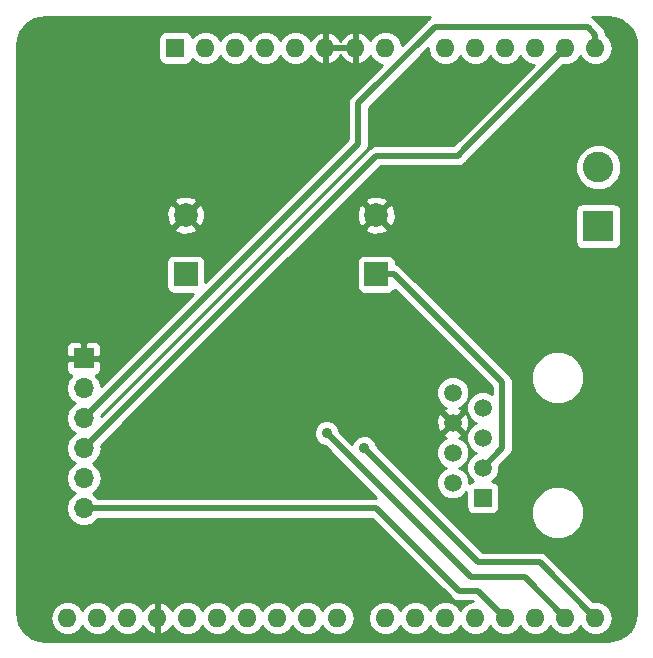
<source format=gbl>
G04 #@! TF.GenerationSoftware,KiCad,Pcbnew,5.0.0-fee4fd1~65~ubuntu17.10.1*
G04 #@! TF.CreationDate,2019-03-21T21:57:26-05:00*
G04 #@! TF.ProjectId,Operator,4F70657261746F722E6B696361645F70,1*
G04 #@! TF.SameCoordinates,Original*
G04 #@! TF.FileFunction,Copper,L2,Bot,Signal*
G04 #@! TF.FilePolarity,Positive*
%FSLAX46Y46*%
G04 Gerber Fmt 4.6, Leading zero omitted, Abs format (unit mm)*
G04 Created by KiCad (PCBNEW 5.0.0-fee4fd1~65~ubuntu17.10.1) date Thu Mar 21 21:57:26 2019*
%MOMM*%
%LPD*%
G01*
G04 APERTURE LIST*
G04 #@! TA.AperFunction,ComponentPad*
%ADD10O,1.600000X1.600000*%
G04 #@! TD*
G04 #@! TA.AperFunction,ComponentPad*
%ADD11R,1.600000X1.600000*%
G04 #@! TD*
G04 #@! TA.AperFunction,ComponentPad*
%ADD12R,2.000000X2.000000*%
G04 #@! TD*
G04 #@! TA.AperFunction,ComponentPad*
%ADD13C,2.000000*%
G04 #@! TD*
G04 #@! TA.AperFunction,ComponentPad*
%ADD14R,1.500000X1.500000*%
G04 #@! TD*
G04 #@! TA.AperFunction,ComponentPad*
%ADD15C,1.500000*%
G04 #@! TD*
G04 #@! TA.AperFunction,ComponentPad*
%ADD16R,2.600000X2.600000*%
G04 #@! TD*
G04 #@! TA.AperFunction,ComponentPad*
%ADD17C,2.600000*%
G04 #@! TD*
G04 #@! TA.AperFunction,ComponentPad*
%ADD18R,1.700000X1.700000*%
G04 #@! TD*
G04 #@! TA.AperFunction,ComponentPad*
%ADD19O,1.700000X1.700000*%
G04 #@! TD*
G04 #@! TA.AperFunction,ViaPad*
%ADD20C,0.900000*%
G04 #@! TD*
G04 #@! TA.AperFunction,Conductor*
%ADD21C,0.500000*%
G04 #@! TD*
G04 #@! TA.AperFunction,Conductor*
%ADD22C,0.254000*%
G04 #@! TD*
G04 APERTURE END LIST*
D10*
G04 #@! TO.P,A1,32*
G04 #@! TO.N,N/C*
X138328001Y-101875001D03*
G04 #@! TO.P,A1,31*
X140868001Y-101875001D03*
D11*
G04 #@! TO.P,A1,1*
X147468001Y-53615001D03*
D10*
G04 #@! TO.P,A1,17*
G04 #@! TO.N,/TransEnable_TTL*
X177948001Y-101875001D03*
G04 #@! TO.P,A1,2*
G04 #@! TO.N,N/C*
X150008001Y-53615001D03*
G04 #@! TO.P,A1,18*
G04 #@! TO.N,/D3*
X175408001Y-101875001D03*
G04 #@! TO.P,A1,3*
G04 #@! TO.N,N/C*
X152548001Y-53615001D03*
G04 #@! TO.P,A1,19*
X172868001Y-101875001D03*
G04 #@! TO.P,A1,4*
X155088001Y-53615001D03*
G04 #@! TO.P,A1,20*
G04 #@! TO.N,/D5*
X170328001Y-101875001D03*
G04 #@! TO.P,A1,5*
G04 #@! TO.N,/5v*
X157628001Y-53615001D03*
G04 #@! TO.P,A1,21*
G04 #@! TO.N,N/C*
X167788001Y-101875001D03*
G04 #@! TO.P,A1,6*
G04 #@! TO.N,/GND*
X160168001Y-53615001D03*
G04 #@! TO.P,A1,22*
G04 #@! TO.N,N/C*
X165248001Y-101875001D03*
G04 #@! TO.P,A1,7*
G04 #@! TO.N,/GND*
X162708001Y-53615001D03*
G04 #@! TO.P,A1,23*
G04 #@! TO.N,N/C*
X161188001Y-101875001D03*
G04 #@! TO.P,A1,8*
X165248001Y-53615001D03*
G04 #@! TO.P,A1,24*
X158648001Y-101875001D03*
G04 #@! TO.P,A1,9*
G04 #@! TO.N,/A0*
X170328001Y-53615001D03*
G04 #@! TO.P,A1,25*
G04 #@! TO.N,N/C*
X156108001Y-101875001D03*
G04 #@! TO.P,A1,10*
X172868001Y-53615001D03*
G04 #@! TO.P,A1,26*
X153568001Y-101875001D03*
G04 #@! TO.P,A1,11*
X175408001Y-53615001D03*
G04 #@! TO.P,A1,27*
X151028001Y-101875001D03*
G04 #@! TO.P,A1,12*
X177948001Y-53615001D03*
G04 #@! TO.P,A1,28*
X148488001Y-101875001D03*
G04 #@! TO.P,A1,13*
G04 #@! TO.N,/A4*
X180488001Y-53615001D03*
G04 #@! TO.P,A1,29*
G04 #@! TO.N,/GND*
X145948001Y-101875001D03*
G04 #@! TO.P,A1,14*
G04 #@! TO.N,/A5*
X183028001Y-53615001D03*
G04 #@! TO.P,A1,30*
G04 #@! TO.N,N/C*
X143408001Y-101875001D03*
G04 #@! TO.P,A1,15*
G04 #@! TO.N,/USART_RX*
X183028001Y-101875001D03*
G04 #@! TO.P,A1,16*
G04 #@! TO.N,/USART_TX*
X180488001Y-101875001D03*
G04 #@! TD*
D12*
G04 #@! TO.P,C1,1*
G04 #@! TO.N,/5v*
X148336000Y-72771000D03*
D13*
G04 #@! TO.P,C1,2*
G04 #@! TO.N,/GND*
X148336000Y-67771000D03*
G04 #@! TD*
G04 #@! TO.P,C2,2*
G04 #@! TO.N,/GND*
X164465000Y-67771000D03*
D12*
G04 #@! TO.P,C2,1*
G04 #@! TO.N,/5v*
X164465000Y-72771000D03*
G04 #@! TD*
D14*
G04 #@! TO.P,J1,1*
G04 #@! TO.N,/-RX*
X173482000Y-91694000D03*
D15*
G04 #@! TO.P,J1,2*
G04 #@! TO.N,/+RX*
X170942000Y-90424000D03*
G04 #@! TO.P,J1,3*
G04 #@! TO.N,/5v*
X173482000Y-89154000D03*
G04 #@! TO.P,J1,4*
G04 #@! TO.N,N/C*
X170942000Y-87884000D03*
G04 #@! TO.P,J1,5*
G04 #@! TO.N,/TransEnable_TTL*
X173482000Y-86614000D03*
G04 #@! TO.P,J1,6*
G04 #@! TO.N,/GND*
X170942000Y-85344000D03*
G04 #@! TO.P,J1,7*
G04 #@! TO.N,/+Tx*
X173482000Y-84074000D03*
G04 #@! TO.P,J1,8*
G04 #@! TO.N,/-TX*
X170942000Y-82804000D03*
G04 #@! TD*
D16*
G04 #@! TO.P,J2,1*
G04 #@! TO.N,/5v*
X183261000Y-68707000D03*
D17*
G04 #@! TO.P,J2,2*
G04 #@! TO.N,/A0*
X183261000Y-63707000D03*
G04 #@! TD*
D18*
G04 #@! TO.P,J3,1*
G04 #@! TO.N,/GND*
X139700000Y-79883000D03*
D19*
G04 #@! TO.P,J3,2*
G04 #@! TO.N,/5v*
X139700000Y-82423000D03*
G04 #@! TO.P,J3,3*
G04 #@! TO.N,/A5*
X139700000Y-84963000D03*
G04 #@! TO.P,J3,4*
G04 #@! TO.N,/A4*
X139700000Y-87503000D03*
G04 #@! TO.P,J3,5*
G04 #@! TO.N,/D5*
X139700000Y-90043000D03*
G04 #@! TO.P,J3,6*
G04 #@! TO.N,/D3*
X139700000Y-92583000D03*
G04 #@! TD*
D20*
G04 #@! TO.N,/GND*
X167132000Y-58420000D03*
X173609000Y-94488000D03*
G04 #@! TO.N,/USART_RX*
X163449000Y-87503000D03*
G04 #@! TO.N,/USART_TX*
X160274000Y-86233000D03*
G04 #@! TD*
D21*
G04 #@! TO.N,/5v*
X175133000Y-81939000D02*
X165965000Y-72771000D01*
X165965000Y-72771000D02*
X164465000Y-72771000D01*
X175133000Y-87503000D02*
X175133000Y-81939000D01*
X173482000Y-89154000D02*
X175133000Y-87503000D01*
G04 #@! TO.N,/USART_RX*
X163449000Y-87503000D02*
X173101000Y-97155000D01*
X178308000Y-97155000D02*
X183028001Y-101875001D01*
X173101000Y-97155000D02*
X178308000Y-97155000D01*
G04 #@! TO.N,/USART_TX*
X177038000Y-98425000D02*
X180488001Y-101875001D01*
X160274000Y-86233000D02*
X172466000Y-98425000D01*
X172466000Y-98425000D02*
X177038000Y-98425000D01*
G04 #@! TO.N,/D3*
X164465000Y-92583000D02*
X139700000Y-92583000D01*
X171450000Y-99568000D02*
X164465000Y-92583000D01*
X175408001Y-101875001D02*
X173101000Y-99568000D01*
X173101000Y-99568000D02*
X171450000Y-99568000D01*
G04 #@! TO.N,/A4*
X180488001Y-53615001D02*
X172000002Y-62103000D01*
X164465000Y-62738000D02*
X139700000Y-87503000D01*
X171365002Y-62738000D02*
X172000002Y-62103000D01*
X164465000Y-62738000D02*
X171365002Y-62738000D01*
G04 #@! TO.N,/A5*
X183028001Y-52483631D02*
X182360370Y-51816000D01*
X183028001Y-53615001D02*
X183028001Y-52483631D01*
X182360370Y-51816000D02*
X169418000Y-51816000D01*
X169418000Y-51816000D02*
X162941000Y-58293000D01*
X162941000Y-61722000D02*
X139700000Y-84963000D01*
X162941000Y-58293000D02*
X162941000Y-61722000D01*
G04 #@! TD*
D22*
G04 #@! TO.N,/GND*
G36*
X168853845Y-51128576D02*
X168853844Y-51128577D01*
X168779951Y-51177951D01*
X168730577Y-51251844D01*
X166654091Y-53328330D01*
X166599741Y-53055092D01*
X166282578Y-52580424D01*
X165807910Y-52263261D01*
X165389334Y-52180001D01*
X165106668Y-52180001D01*
X164688092Y-52263261D01*
X164213424Y-52580424D01*
X163957054Y-52964109D01*
X163860390Y-52759867D01*
X163445424Y-52383960D01*
X163057040Y-52223097D01*
X162835001Y-52345086D01*
X162835001Y-53488001D01*
X162855001Y-53488001D01*
X162855001Y-53742001D01*
X162835001Y-53742001D01*
X162835001Y-54884916D01*
X163057040Y-55006905D01*
X163445424Y-54846042D01*
X163860390Y-54470135D01*
X163957054Y-54265893D01*
X164213424Y-54649578D01*
X164688092Y-54966741D01*
X164961330Y-55021091D01*
X162376847Y-57605575D01*
X162302951Y-57654951D01*
X162107348Y-57947691D01*
X162056000Y-58205836D01*
X162056000Y-58205839D01*
X162038663Y-58293000D01*
X162056000Y-58380161D01*
X162056001Y-61355420D01*
X149983440Y-73427982D01*
X149983440Y-71771000D01*
X149934157Y-71523235D01*
X149793809Y-71313191D01*
X149583765Y-71172843D01*
X149336000Y-71123560D01*
X147336000Y-71123560D01*
X147088235Y-71172843D01*
X146878191Y-71313191D01*
X146737843Y-71523235D01*
X146688560Y-71771000D01*
X146688560Y-73771000D01*
X146737843Y-74018765D01*
X146878191Y-74228809D01*
X147088235Y-74369157D01*
X147336000Y-74418440D01*
X148992982Y-74418440D01*
X141176651Y-82234771D01*
X141098839Y-81843582D01*
X140770625Y-81352375D01*
X140748967Y-81337904D01*
X140909698Y-81271327D01*
X141088327Y-81092699D01*
X141185000Y-80859310D01*
X141185000Y-80168750D01*
X141026250Y-80010000D01*
X139827000Y-80010000D01*
X139827000Y-80030000D01*
X139573000Y-80030000D01*
X139573000Y-80010000D01*
X138373750Y-80010000D01*
X138215000Y-80168750D01*
X138215000Y-80859310D01*
X138311673Y-81092699D01*
X138490302Y-81271327D01*
X138651033Y-81337904D01*
X138629375Y-81352375D01*
X138301161Y-81843582D01*
X138185908Y-82423000D01*
X138301161Y-83002418D01*
X138629375Y-83493625D01*
X138927761Y-83693000D01*
X138629375Y-83892375D01*
X138301161Y-84383582D01*
X138185908Y-84963000D01*
X138301161Y-85542418D01*
X138629375Y-86033625D01*
X138927761Y-86233000D01*
X138629375Y-86432375D01*
X138301161Y-86923582D01*
X138185908Y-87503000D01*
X138301161Y-88082418D01*
X138629375Y-88573625D01*
X138927761Y-88773000D01*
X138629375Y-88972375D01*
X138301161Y-89463582D01*
X138185908Y-90043000D01*
X138301161Y-90622418D01*
X138629375Y-91113625D01*
X138927761Y-91313000D01*
X138629375Y-91512375D01*
X138301161Y-92003582D01*
X138185908Y-92583000D01*
X138301161Y-93162418D01*
X138629375Y-93653625D01*
X139120582Y-93981839D01*
X139553744Y-94068000D01*
X139846256Y-94068000D01*
X140279418Y-93981839D01*
X140770625Y-93653625D01*
X140894656Y-93468000D01*
X164098422Y-93468000D01*
X170762577Y-100132156D01*
X170811951Y-100206049D01*
X170885844Y-100255423D01*
X170885845Y-100255424D01*
X171104690Y-100401652D01*
X171362835Y-100453000D01*
X171362839Y-100453000D01*
X171450000Y-100470337D01*
X171537161Y-100453000D01*
X172661318Y-100453000D01*
X172308092Y-100523261D01*
X171833424Y-100840424D01*
X171598001Y-101192759D01*
X171362578Y-100840424D01*
X170887910Y-100523261D01*
X170469334Y-100440001D01*
X170186668Y-100440001D01*
X169768092Y-100523261D01*
X169293424Y-100840424D01*
X169058001Y-101192759D01*
X168822578Y-100840424D01*
X168347910Y-100523261D01*
X167929334Y-100440001D01*
X167646668Y-100440001D01*
X167228092Y-100523261D01*
X166753424Y-100840424D01*
X166518001Y-101192759D01*
X166282578Y-100840424D01*
X165807910Y-100523261D01*
X165389334Y-100440001D01*
X165106668Y-100440001D01*
X164688092Y-100523261D01*
X164213424Y-100840424D01*
X163896261Y-101315092D01*
X163784888Y-101875001D01*
X163896261Y-102434910D01*
X164213424Y-102909578D01*
X164688092Y-103226741D01*
X165106668Y-103310001D01*
X165389334Y-103310001D01*
X165807910Y-103226741D01*
X166282578Y-102909578D01*
X166518001Y-102557243D01*
X166753424Y-102909578D01*
X167228092Y-103226741D01*
X167646668Y-103310001D01*
X167929334Y-103310001D01*
X168347910Y-103226741D01*
X168822578Y-102909578D01*
X169058001Y-102557243D01*
X169293424Y-102909578D01*
X169768092Y-103226741D01*
X170186668Y-103310001D01*
X170469334Y-103310001D01*
X170887910Y-103226741D01*
X171362578Y-102909578D01*
X171598001Y-102557243D01*
X171833424Y-102909578D01*
X172308092Y-103226741D01*
X172726668Y-103310001D01*
X173009334Y-103310001D01*
X173427910Y-103226741D01*
X173902578Y-102909578D01*
X174138001Y-102557243D01*
X174373424Y-102909578D01*
X174848092Y-103226741D01*
X175266668Y-103310001D01*
X175549334Y-103310001D01*
X175967910Y-103226741D01*
X176442578Y-102909578D01*
X176678001Y-102557243D01*
X176913424Y-102909578D01*
X177388092Y-103226741D01*
X177806668Y-103310001D01*
X178089334Y-103310001D01*
X178507910Y-103226741D01*
X178982578Y-102909578D01*
X179218001Y-102557243D01*
X179453424Y-102909578D01*
X179928092Y-103226741D01*
X180346668Y-103310001D01*
X180629334Y-103310001D01*
X181047910Y-103226741D01*
X181522578Y-102909578D01*
X181758001Y-102557243D01*
X181993424Y-102909578D01*
X182468092Y-103226741D01*
X182886668Y-103310001D01*
X183169334Y-103310001D01*
X183587910Y-103226741D01*
X184062578Y-102909578D01*
X184379741Y-102434910D01*
X184491114Y-101875001D01*
X184379741Y-101315092D01*
X184062578Y-100840424D01*
X183587910Y-100523261D01*
X183169334Y-100440001D01*
X182886668Y-100440001D01*
X182851563Y-100446984D01*
X178995425Y-96590847D01*
X178946049Y-96516951D01*
X178653310Y-96321348D01*
X178395165Y-96270000D01*
X178395161Y-96270000D01*
X178308000Y-96252663D01*
X178220839Y-96270000D01*
X173467579Y-96270000D01*
X164534000Y-87336422D01*
X164534000Y-87287180D01*
X164368818Y-86888397D01*
X164063603Y-86583182D01*
X163664820Y-86418000D01*
X163233180Y-86418000D01*
X162834397Y-86583182D01*
X162529182Y-86888397D01*
X162427194Y-87134616D01*
X161359000Y-86066422D01*
X161359000Y-86017180D01*
X161193818Y-85618397D01*
X160888603Y-85313182D01*
X160489820Y-85148000D01*
X160058180Y-85148000D01*
X159659397Y-85313182D01*
X159354182Y-85618397D01*
X159189000Y-86017180D01*
X159189000Y-86448820D01*
X159354182Y-86847603D01*
X159659397Y-87152818D01*
X160058180Y-87318000D01*
X160107422Y-87318000D01*
X164471347Y-91681925D01*
X164465000Y-91680663D01*
X164377839Y-91698000D01*
X140894656Y-91698000D01*
X140770625Y-91512375D01*
X140472239Y-91313000D01*
X140770625Y-91113625D01*
X141098839Y-90622418D01*
X141214092Y-90043000D01*
X141098839Y-89463582D01*
X140770625Y-88972375D01*
X140472239Y-88773000D01*
X140770625Y-88573625D01*
X141098839Y-88082418D01*
X141214092Y-87503000D01*
X141170538Y-87284040D01*
X143315407Y-85139171D01*
X169544799Y-85139171D01*
X169572770Y-85689448D01*
X169729540Y-86067923D01*
X169970483Y-86135912D01*
X170762395Y-85344000D01*
X171121605Y-85344000D01*
X171913517Y-86135912D01*
X172154460Y-86067923D01*
X172339201Y-85548829D01*
X172311230Y-84998552D01*
X172154460Y-84620077D01*
X171913517Y-84552088D01*
X171121605Y-85344000D01*
X170762395Y-85344000D01*
X169970483Y-84552088D01*
X169729540Y-84620077D01*
X169544799Y-85139171D01*
X143315407Y-85139171D01*
X145926072Y-82528506D01*
X169557000Y-82528506D01*
X169557000Y-83079494D01*
X169767853Y-83588540D01*
X170157460Y-83978147D01*
X170372930Y-84067397D01*
X170218077Y-84131540D01*
X170150088Y-84372483D01*
X170942000Y-85164395D01*
X171733912Y-84372483D01*
X171665923Y-84131540D01*
X171499342Y-84072255D01*
X171726540Y-83978147D01*
X172116147Y-83588540D01*
X172327000Y-83079494D01*
X172327000Y-82528506D01*
X172116147Y-82019460D01*
X171726540Y-81629853D01*
X171217494Y-81419000D01*
X170666506Y-81419000D01*
X170157460Y-81629853D01*
X169767853Y-82019460D01*
X169557000Y-82528506D01*
X145926072Y-82528506D01*
X156683578Y-71771000D01*
X162817560Y-71771000D01*
X162817560Y-73771000D01*
X162866843Y-74018765D01*
X163007191Y-74228809D01*
X163217235Y-74369157D01*
X163465000Y-74418440D01*
X165465000Y-74418440D01*
X165712765Y-74369157D01*
X165922809Y-74228809D01*
X166022313Y-74079891D01*
X174248001Y-82305580D01*
X174248001Y-82892174D01*
X173757494Y-82689000D01*
X173206506Y-82689000D01*
X172697460Y-82899853D01*
X172307853Y-83289460D01*
X172097000Y-83798506D01*
X172097000Y-84349494D01*
X172307853Y-84858540D01*
X172697460Y-85248147D01*
X172928870Y-85344000D01*
X172697460Y-85439853D01*
X172307853Y-85829460D01*
X172097000Y-86338506D01*
X172097000Y-86889494D01*
X172307853Y-87398540D01*
X172697460Y-87788147D01*
X172928870Y-87884000D01*
X172697460Y-87979853D01*
X172307853Y-88369460D01*
X172097000Y-88878506D01*
X172097000Y-89429494D01*
X172307853Y-89938540D01*
X172676844Y-90307531D01*
X172484235Y-90345843D01*
X172327000Y-90450905D01*
X172327000Y-90148506D01*
X172116147Y-89639460D01*
X171726540Y-89249853D01*
X171495130Y-89154000D01*
X171726540Y-89058147D01*
X172116147Y-88668540D01*
X172327000Y-88159494D01*
X172327000Y-87608506D01*
X172116147Y-87099460D01*
X171726540Y-86709853D01*
X171511070Y-86620603D01*
X171665923Y-86556460D01*
X171733912Y-86315517D01*
X170942000Y-85523605D01*
X170150088Y-86315517D01*
X170218077Y-86556460D01*
X170384658Y-86615745D01*
X170157460Y-86709853D01*
X169767853Y-87099460D01*
X169557000Y-87608506D01*
X169557000Y-88159494D01*
X169767853Y-88668540D01*
X170157460Y-89058147D01*
X170388870Y-89154000D01*
X170157460Y-89249853D01*
X169767853Y-89639460D01*
X169557000Y-90148506D01*
X169557000Y-90699494D01*
X169767853Y-91208540D01*
X170157460Y-91598147D01*
X170666506Y-91809000D01*
X171217494Y-91809000D01*
X171726540Y-91598147D01*
X172084560Y-91240127D01*
X172084560Y-92444000D01*
X172133843Y-92691765D01*
X172274191Y-92901809D01*
X172484235Y-93042157D01*
X172732000Y-93091440D01*
X174232000Y-93091440D01*
X174479765Y-93042157D01*
X174689809Y-92901809D01*
X174830157Y-92691765D01*
X174864436Y-92519431D01*
X177597000Y-92519431D01*
X177597000Y-93408569D01*
X177937259Y-94230026D01*
X178565974Y-94858741D01*
X179387431Y-95199000D01*
X180276569Y-95199000D01*
X181098026Y-94858741D01*
X181726741Y-94230026D01*
X182067000Y-93408569D01*
X182067000Y-92519431D01*
X181726741Y-91697974D01*
X181098026Y-91069259D01*
X180276569Y-90729000D01*
X179387431Y-90729000D01*
X178565974Y-91069259D01*
X177937259Y-91697974D01*
X177597000Y-92519431D01*
X174864436Y-92519431D01*
X174879440Y-92444000D01*
X174879440Y-90944000D01*
X174830157Y-90696235D01*
X174689809Y-90486191D01*
X174479765Y-90345843D01*
X174287156Y-90307531D01*
X174656147Y-89938540D01*
X174867000Y-89429494D01*
X174867000Y-89020578D01*
X175697156Y-88190423D01*
X175771049Y-88141049D01*
X175820425Y-88067154D01*
X175966652Y-87848310D01*
X175978619Y-87788147D01*
X176018000Y-87590165D01*
X176018000Y-87590161D01*
X176035337Y-87503000D01*
X176018000Y-87415839D01*
X176018000Y-82026161D01*
X176035337Y-81939000D01*
X176018000Y-81851839D01*
X176018000Y-81851835D01*
X175966652Y-81593690D01*
X175820424Y-81374845D01*
X175820423Y-81374844D01*
X175771049Y-81300951D01*
X175697156Y-81251577D01*
X175535010Y-81089431D01*
X177597000Y-81089431D01*
X177597000Y-81978569D01*
X177937259Y-82800026D01*
X178565974Y-83428741D01*
X179387431Y-83769000D01*
X180276569Y-83769000D01*
X181098026Y-83428741D01*
X181726741Y-82800026D01*
X182067000Y-81978569D01*
X182067000Y-81089431D01*
X181726741Y-80267974D01*
X181098026Y-79639259D01*
X180276569Y-79299000D01*
X179387431Y-79299000D01*
X178565974Y-79639259D01*
X177937259Y-80267974D01*
X177597000Y-81089431D01*
X175535010Y-81089431D01*
X166652425Y-72206847D01*
X166603049Y-72132951D01*
X166310310Y-71937348D01*
X166112440Y-71897989D01*
X166112440Y-71771000D01*
X166063157Y-71523235D01*
X165922809Y-71313191D01*
X165712765Y-71172843D01*
X165465000Y-71123560D01*
X163465000Y-71123560D01*
X163217235Y-71172843D01*
X163007191Y-71313191D01*
X162866843Y-71523235D01*
X162817560Y-71771000D01*
X156683578Y-71771000D01*
X159531046Y-68923532D01*
X163492073Y-68923532D01*
X163590736Y-69190387D01*
X164200461Y-69416908D01*
X164850460Y-69392856D01*
X165339264Y-69190387D01*
X165437927Y-68923532D01*
X164465000Y-67950605D01*
X163492073Y-68923532D01*
X159531046Y-68923532D01*
X160948117Y-67506461D01*
X162819092Y-67506461D01*
X162843144Y-68156460D01*
X163045613Y-68645264D01*
X163312468Y-68743927D01*
X164285395Y-67771000D01*
X164644605Y-67771000D01*
X165617532Y-68743927D01*
X165884387Y-68645264D01*
X166110908Y-68035539D01*
X166087651Y-67407000D01*
X181313560Y-67407000D01*
X181313560Y-70007000D01*
X181362843Y-70254765D01*
X181503191Y-70464809D01*
X181713235Y-70605157D01*
X181961000Y-70654440D01*
X184561000Y-70654440D01*
X184808765Y-70605157D01*
X185018809Y-70464809D01*
X185159157Y-70254765D01*
X185208440Y-70007000D01*
X185208440Y-67407000D01*
X185159157Y-67159235D01*
X185018809Y-66949191D01*
X184808765Y-66808843D01*
X184561000Y-66759560D01*
X181961000Y-66759560D01*
X181713235Y-66808843D01*
X181503191Y-66949191D01*
X181362843Y-67159235D01*
X181313560Y-67407000D01*
X166087651Y-67407000D01*
X166086856Y-67385540D01*
X165884387Y-66896736D01*
X165617532Y-66798073D01*
X164644605Y-67771000D01*
X164285395Y-67771000D01*
X163312468Y-66798073D01*
X163045613Y-66896736D01*
X162819092Y-67506461D01*
X160948117Y-67506461D01*
X161836110Y-66618468D01*
X163492073Y-66618468D01*
X164465000Y-67591395D01*
X165437927Y-66618468D01*
X165339264Y-66351613D01*
X164729539Y-66125092D01*
X164079540Y-66149144D01*
X163590736Y-66351613D01*
X163492073Y-66618468D01*
X161836110Y-66618468D01*
X164831579Y-63623000D01*
X171277841Y-63623000D01*
X171365002Y-63640337D01*
X171452163Y-63623000D01*
X171452167Y-63623000D01*
X171710312Y-63571652D01*
X172003051Y-63376049D01*
X172039095Y-63322105D01*
X181326000Y-63322105D01*
X181326000Y-64091895D01*
X181620586Y-64803090D01*
X182164910Y-65347414D01*
X182876105Y-65642000D01*
X183645895Y-65642000D01*
X184357090Y-65347414D01*
X184901414Y-64803090D01*
X185196000Y-64091895D01*
X185196000Y-63322105D01*
X184901414Y-62610910D01*
X184357090Y-62066586D01*
X183645895Y-61772000D01*
X182876105Y-61772000D01*
X182164910Y-62066586D01*
X181620586Y-62610910D01*
X181326000Y-63322105D01*
X172039095Y-63322105D01*
X172052427Y-63302154D01*
X172687426Y-62667155D01*
X172687428Y-62667152D01*
X180311563Y-55043018D01*
X180346668Y-55050001D01*
X180629334Y-55050001D01*
X181047910Y-54966741D01*
X181522578Y-54649578D01*
X181758001Y-54297243D01*
X181993424Y-54649578D01*
X182468092Y-54966741D01*
X182886668Y-55050001D01*
X183169334Y-55050001D01*
X183587910Y-54966741D01*
X184062578Y-54649578D01*
X184379741Y-54174910D01*
X184491114Y-53615001D01*
X184379741Y-53055092D01*
X184062578Y-52580424D01*
X183928857Y-52491075D01*
X183930338Y-52483631D01*
X183913001Y-52396470D01*
X183913001Y-52396466D01*
X183861653Y-52138321D01*
X183841352Y-52107939D01*
X183715425Y-51919476D01*
X183715424Y-51919475D01*
X183666050Y-51845582D01*
X183592157Y-51796208D01*
X183047795Y-51251847D01*
X182998419Y-51177951D01*
X182735091Y-51002000D01*
X184108752Y-51002000D01*
X184686751Y-51069388D01*
X185194705Y-51253766D01*
X185646624Y-51550057D01*
X186018258Y-51942364D01*
X186289675Y-52409641D01*
X186449134Y-52936132D01*
X186488001Y-53371630D01*
X186488000Y-101431752D01*
X186420612Y-102009751D01*
X186236234Y-102517705D01*
X185939941Y-102969625D01*
X185547636Y-103341259D01*
X185080354Y-103612677D01*
X184553867Y-103772134D01*
X184118381Y-103811000D01*
X136439248Y-103811000D01*
X135861249Y-103743612D01*
X135353295Y-103559234D01*
X134901375Y-103262941D01*
X134529741Y-102870636D01*
X134258323Y-102403354D01*
X134098866Y-101876867D01*
X134098700Y-101875001D01*
X136864888Y-101875001D01*
X136976261Y-102434910D01*
X137293424Y-102909578D01*
X137768092Y-103226741D01*
X138186668Y-103310001D01*
X138469334Y-103310001D01*
X138887910Y-103226741D01*
X139362578Y-102909578D01*
X139598001Y-102557243D01*
X139833424Y-102909578D01*
X140308092Y-103226741D01*
X140726668Y-103310001D01*
X141009334Y-103310001D01*
X141427910Y-103226741D01*
X141902578Y-102909578D01*
X142138001Y-102557243D01*
X142373424Y-102909578D01*
X142848092Y-103226741D01*
X143266668Y-103310001D01*
X143549334Y-103310001D01*
X143967910Y-103226741D01*
X144442578Y-102909578D01*
X144698948Y-102525893D01*
X144795612Y-102730135D01*
X145210578Y-103106042D01*
X145598962Y-103266905D01*
X145821001Y-103144916D01*
X145821001Y-102002001D01*
X145801001Y-102002001D01*
X145801001Y-101748001D01*
X145821001Y-101748001D01*
X145821001Y-100605086D01*
X146075001Y-100605086D01*
X146075001Y-101748001D01*
X146095001Y-101748001D01*
X146095001Y-102002001D01*
X146075001Y-102002001D01*
X146075001Y-103144916D01*
X146297040Y-103266905D01*
X146685424Y-103106042D01*
X147100390Y-102730135D01*
X147197054Y-102525893D01*
X147453424Y-102909578D01*
X147928092Y-103226741D01*
X148346668Y-103310001D01*
X148629334Y-103310001D01*
X149047910Y-103226741D01*
X149522578Y-102909578D01*
X149758001Y-102557243D01*
X149993424Y-102909578D01*
X150468092Y-103226741D01*
X150886668Y-103310001D01*
X151169334Y-103310001D01*
X151587910Y-103226741D01*
X152062578Y-102909578D01*
X152298001Y-102557243D01*
X152533424Y-102909578D01*
X153008092Y-103226741D01*
X153426668Y-103310001D01*
X153709334Y-103310001D01*
X154127910Y-103226741D01*
X154602578Y-102909578D01*
X154838001Y-102557243D01*
X155073424Y-102909578D01*
X155548092Y-103226741D01*
X155966668Y-103310001D01*
X156249334Y-103310001D01*
X156667910Y-103226741D01*
X157142578Y-102909578D01*
X157378001Y-102557243D01*
X157613424Y-102909578D01*
X158088092Y-103226741D01*
X158506668Y-103310001D01*
X158789334Y-103310001D01*
X159207910Y-103226741D01*
X159682578Y-102909578D01*
X159918001Y-102557243D01*
X160153424Y-102909578D01*
X160628092Y-103226741D01*
X161046668Y-103310001D01*
X161329334Y-103310001D01*
X161747910Y-103226741D01*
X162222578Y-102909578D01*
X162539741Y-102434910D01*
X162651114Y-101875001D01*
X162539741Y-101315092D01*
X162222578Y-100840424D01*
X161747910Y-100523261D01*
X161329334Y-100440001D01*
X161046668Y-100440001D01*
X160628092Y-100523261D01*
X160153424Y-100840424D01*
X159918001Y-101192759D01*
X159682578Y-100840424D01*
X159207910Y-100523261D01*
X158789334Y-100440001D01*
X158506668Y-100440001D01*
X158088092Y-100523261D01*
X157613424Y-100840424D01*
X157378001Y-101192759D01*
X157142578Y-100840424D01*
X156667910Y-100523261D01*
X156249334Y-100440001D01*
X155966668Y-100440001D01*
X155548092Y-100523261D01*
X155073424Y-100840424D01*
X154838001Y-101192759D01*
X154602578Y-100840424D01*
X154127910Y-100523261D01*
X153709334Y-100440001D01*
X153426668Y-100440001D01*
X153008092Y-100523261D01*
X152533424Y-100840424D01*
X152298001Y-101192759D01*
X152062578Y-100840424D01*
X151587910Y-100523261D01*
X151169334Y-100440001D01*
X150886668Y-100440001D01*
X150468092Y-100523261D01*
X149993424Y-100840424D01*
X149758001Y-101192759D01*
X149522578Y-100840424D01*
X149047910Y-100523261D01*
X148629334Y-100440001D01*
X148346668Y-100440001D01*
X147928092Y-100523261D01*
X147453424Y-100840424D01*
X147197054Y-101224109D01*
X147100390Y-101019867D01*
X146685424Y-100643960D01*
X146297040Y-100483097D01*
X146075001Y-100605086D01*
X145821001Y-100605086D01*
X145598962Y-100483097D01*
X145210578Y-100643960D01*
X144795612Y-101019867D01*
X144698948Y-101224109D01*
X144442578Y-100840424D01*
X143967910Y-100523261D01*
X143549334Y-100440001D01*
X143266668Y-100440001D01*
X142848092Y-100523261D01*
X142373424Y-100840424D01*
X142138001Y-101192759D01*
X141902578Y-100840424D01*
X141427910Y-100523261D01*
X141009334Y-100440001D01*
X140726668Y-100440001D01*
X140308092Y-100523261D01*
X139833424Y-100840424D01*
X139598001Y-101192759D01*
X139362578Y-100840424D01*
X138887910Y-100523261D01*
X138469334Y-100440001D01*
X138186668Y-100440001D01*
X137768092Y-100523261D01*
X137293424Y-100840424D01*
X136976261Y-101315092D01*
X136864888Y-101875001D01*
X134098700Y-101875001D01*
X134060000Y-101441381D01*
X134060000Y-78906690D01*
X138215000Y-78906690D01*
X138215000Y-79597250D01*
X138373750Y-79756000D01*
X139573000Y-79756000D01*
X139573000Y-78556750D01*
X139827000Y-78556750D01*
X139827000Y-79756000D01*
X141026250Y-79756000D01*
X141185000Y-79597250D01*
X141185000Y-78906690D01*
X141088327Y-78673301D01*
X140909698Y-78494673D01*
X140676309Y-78398000D01*
X139985750Y-78398000D01*
X139827000Y-78556750D01*
X139573000Y-78556750D01*
X139414250Y-78398000D01*
X138723691Y-78398000D01*
X138490302Y-78494673D01*
X138311673Y-78673301D01*
X138215000Y-78906690D01*
X134060000Y-78906690D01*
X134060000Y-68923532D01*
X147363073Y-68923532D01*
X147461736Y-69190387D01*
X148071461Y-69416908D01*
X148721460Y-69392856D01*
X149210264Y-69190387D01*
X149308927Y-68923532D01*
X148336000Y-67950605D01*
X147363073Y-68923532D01*
X134060000Y-68923532D01*
X134060000Y-67506461D01*
X146690092Y-67506461D01*
X146714144Y-68156460D01*
X146916613Y-68645264D01*
X147183468Y-68743927D01*
X148156395Y-67771000D01*
X148515605Y-67771000D01*
X149488532Y-68743927D01*
X149755387Y-68645264D01*
X149981908Y-68035539D01*
X149957856Y-67385540D01*
X149755387Y-66896736D01*
X149488532Y-66798073D01*
X148515605Y-67771000D01*
X148156395Y-67771000D01*
X147183468Y-66798073D01*
X146916613Y-66896736D01*
X146690092Y-67506461D01*
X134060000Y-67506461D01*
X134060000Y-66618468D01*
X147363073Y-66618468D01*
X148336000Y-67591395D01*
X149308927Y-66618468D01*
X149210264Y-66351613D01*
X148600539Y-66125092D01*
X147950540Y-66149144D01*
X147461736Y-66351613D01*
X147363073Y-66618468D01*
X134060000Y-66618468D01*
X134060000Y-53381248D01*
X134126017Y-52815001D01*
X146020561Y-52815001D01*
X146020561Y-54415001D01*
X146069844Y-54662766D01*
X146210192Y-54872810D01*
X146420236Y-55013158D01*
X146668001Y-55062441D01*
X148268001Y-55062441D01*
X148515766Y-55013158D01*
X148725810Y-54872810D01*
X148866158Y-54662766D01*
X148892786Y-54528895D01*
X148973424Y-54649578D01*
X149448092Y-54966741D01*
X149866668Y-55050001D01*
X150149334Y-55050001D01*
X150567910Y-54966741D01*
X151042578Y-54649578D01*
X151278001Y-54297243D01*
X151513424Y-54649578D01*
X151988092Y-54966741D01*
X152406668Y-55050001D01*
X152689334Y-55050001D01*
X153107910Y-54966741D01*
X153582578Y-54649578D01*
X153818001Y-54297243D01*
X154053424Y-54649578D01*
X154528092Y-54966741D01*
X154946668Y-55050001D01*
X155229334Y-55050001D01*
X155647910Y-54966741D01*
X156122578Y-54649578D01*
X156358001Y-54297243D01*
X156593424Y-54649578D01*
X157068092Y-54966741D01*
X157486668Y-55050001D01*
X157769334Y-55050001D01*
X158187910Y-54966741D01*
X158662578Y-54649578D01*
X158918948Y-54265893D01*
X159015612Y-54470135D01*
X159430578Y-54846042D01*
X159818962Y-55006905D01*
X160041001Y-54884916D01*
X160041001Y-53742001D01*
X160295001Y-53742001D01*
X160295001Y-54884916D01*
X160517040Y-55006905D01*
X160905424Y-54846042D01*
X161320390Y-54470135D01*
X161438001Y-54221634D01*
X161555612Y-54470135D01*
X161970578Y-54846042D01*
X162358962Y-55006905D01*
X162581001Y-54884916D01*
X162581001Y-53742001D01*
X160295001Y-53742001D01*
X160041001Y-53742001D01*
X160021001Y-53742001D01*
X160021001Y-53488001D01*
X160041001Y-53488001D01*
X160041001Y-52345086D01*
X160295001Y-52345086D01*
X160295001Y-53488001D01*
X162581001Y-53488001D01*
X162581001Y-52345086D01*
X162358962Y-52223097D01*
X161970578Y-52383960D01*
X161555612Y-52759867D01*
X161438001Y-53008368D01*
X161320390Y-52759867D01*
X160905424Y-52383960D01*
X160517040Y-52223097D01*
X160295001Y-52345086D01*
X160041001Y-52345086D01*
X159818962Y-52223097D01*
X159430578Y-52383960D01*
X159015612Y-52759867D01*
X158918948Y-52964109D01*
X158662578Y-52580424D01*
X158187910Y-52263261D01*
X157769334Y-52180001D01*
X157486668Y-52180001D01*
X157068092Y-52263261D01*
X156593424Y-52580424D01*
X156358001Y-52932759D01*
X156122578Y-52580424D01*
X155647910Y-52263261D01*
X155229334Y-52180001D01*
X154946668Y-52180001D01*
X154528092Y-52263261D01*
X154053424Y-52580424D01*
X153818001Y-52932759D01*
X153582578Y-52580424D01*
X153107910Y-52263261D01*
X152689334Y-52180001D01*
X152406668Y-52180001D01*
X151988092Y-52263261D01*
X151513424Y-52580424D01*
X151278001Y-52932759D01*
X151042578Y-52580424D01*
X150567910Y-52263261D01*
X150149334Y-52180001D01*
X149866668Y-52180001D01*
X149448092Y-52263261D01*
X148973424Y-52580424D01*
X148892786Y-52701107D01*
X148866158Y-52567236D01*
X148725810Y-52357192D01*
X148515766Y-52216844D01*
X148268001Y-52167561D01*
X146668001Y-52167561D01*
X146420236Y-52216844D01*
X146210192Y-52357192D01*
X146069844Y-52567236D01*
X146020561Y-52815001D01*
X134126017Y-52815001D01*
X134127388Y-52803249D01*
X134311766Y-52295295D01*
X134608057Y-51843376D01*
X135000364Y-51471742D01*
X135467641Y-51200325D01*
X135994132Y-51040866D01*
X136429619Y-51002000D01*
X169043279Y-51002000D01*
X168853845Y-51128576D01*
X168853845Y-51128576D01*
G37*
X168853845Y-51128576D02*
X168853844Y-51128577D01*
X168779951Y-51177951D01*
X168730577Y-51251844D01*
X166654091Y-53328330D01*
X166599741Y-53055092D01*
X166282578Y-52580424D01*
X165807910Y-52263261D01*
X165389334Y-52180001D01*
X165106668Y-52180001D01*
X164688092Y-52263261D01*
X164213424Y-52580424D01*
X163957054Y-52964109D01*
X163860390Y-52759867D01*
X163445424Y-52383960D01*
X163057040Y-52223097D01*
X162835001Y-52345086D01*
X162835001Y-53488001D01*
X162855001Y-53488001D01*
X162855001Y-53742001D01*
X162835001Y-53742001D01*
X162835001Y-54884916D01*
X163057040Y-55006905D01*
X163445424Y-54846042D01*
X163860390Y-54470135D01*
X163957054Y-54265893D01*
X164213424Y-54649578D01*
X164688092Y-54966741D01*
X164961330Y-55021091D01*
X162376847Y-57605575D01*
X162302951Y-57654951D01*
X162107348Y-57947691D01*
X162056000Y-58205836D01*
X162056000Y-58205839D01*
X162038663Y-58293000D01*
X162056000Y-58380161D01*
X162056001Y-61355420D01*
X149983440Y-73427982D01*
X149983440Y-71771000D01*
X149934157Y-71523235D01*
X149793809Y-71313191D01*
X149583765Y-71172843D01*
X149336000Y-71123560D01*
X147336000Y-71123560D01*
X147088235Y-71172843D01*
X146878191Y-71313191D01*
X146737843Y-71523235D01*
X146688560Y-71771000D01*
X146688560Y-73771000D01*
X146737843Y-74018765D01*
X146878191Y-74228809D01*
X147088235Y-74369157D01*
X147336000Y-74418440D01*
X148992982Y-74418440D01*
X141176651Y-82234771D01*
X141098839Y-81843582D01*
X140770625Y-81352375D01*
X140748967Y-81337904D01*
X140909698Y-81271327D01*
X141088327Y-81092699D01*
X141185000Y-80859310D01*
X141185000Y-80168750D01*
X141026250Y-80010000D01*
X139827000Y-80010000D01*
X139827000Y-80030000D01*
X139573000Y-80030000D01*
X139573000Y-80010000D01*
X138373750Y-80010000D01*
X138215000Y-80168750D01*
X138215000Y-80859310D01*
X138311673Y-81092699D01*
X138490302Y-81271327D01*
X138651033Y-81337904D01*
X138629375Y-81352375D01*
X138301161Y-81843582D01*
X138185908Y-82423000D01*
X138301161Y-83002418D01*
X138629375Y-83493625D01*
X138927761Y-83693000D01*
X138629375Y-83892375D01*
X138301161Y-84383582D01*
X138185908Y-84963000D01*
X138301161Y-85542418D01*
X138629375Y-86033625D01*
X138927761Y-86233000D01*
X138629375Y-86432375D01*
X138301161Y-86923582D01*
X138185908Y-87503000D01*
X138301161Y-88082418D01*
X138629375Y-88573625D01*
X138927761Y-88773000D01*
X138629375Y-88972375D01*
X138301161Y-89463582D01*
X138185908Y-90043000D01*
X138301161Y-90622418D01*
X138629375Y-91113625D01*
X138927761Y-91313000D01*
X138629375Y-91512375D01*
X138301161Y-92003582D01*
X138185908Y-92583000D01*
X138301161Y-93162418D01*
X138629375Y-93653625D01*
X139120582Y-93981839D01*
X139553744Y-94068000D01*
X139846256Y-94068000D01*
X140279418Y-93981839D01*
X140770625Y-93653625D01*
X140894656Y-93468000D01*
X164098422Y-93468000D01*
X170762577Y-100132156D01*
X170811951Y-100206049D01*
X170885844Y-100255423D01*
X170885845Y-100255424D01*
X171104690Y-100401652D01*
X171362835Y-100453000D01*
X171362839Y-100453000D01*
X171450000Y-100470337D01*
X171537161Y-100453000D01*
X172661318Y-100453000D01*
X172308092Y-100523261D01*
X171833424Y-100840424D01*
X171598001Y-101192759D01*
X171362578Y-100840424D01*
X170887910Y-100523261D01*
X170469334Y-100440001D01*
X170186668Y-100440001D01*
X169768092Y-100523261D01*
X169293424Y-100840424D01*
X169058001Y-101192759D01*
X168822578Y-100840424D01*
X168347910Y-100523261D01*
X167929334Y-100440001D01*
X167646668Y-100440001D01*
X167228092Y-100523261D01*
X166753424Y-100840424D01*
X166518001Y-101192759D01*
X166282578Y-100840424D01*
X165807910Y-100523261D01*
X165389334Y-100440001D01*
X165106668Y-100440001D01*
X164688092Y-100523261D01*
X164213424Y-100840424D01*
X163896261Y-101315092D01*
X163784888Y-101875001D01*
X163896261Y-102434910D01*
X164213424Y-102909578D01*
X164688092Y-103226741D01*
X165106668Y-103310001D01*
X165389334Y-103310001D01*
X165807910Y-103226741D01*
X166282578Y-102909578D01*
X166518001Y-102557243D01*
X166753424Y-102909578D01*
X167228092Y-103226741D01*
X167646668Y-103310001D01*
X167929334Y-103310001D01*
X168347910Y-103226741D01*
X168822578Y-102909578D01*
X169058001Y-102557243D01*
X169293424Y-102909578D01*
X169768092Y-103226741D01*
X170186668Y-103310001D01*
X170469334Y-103310001D01*
X170887910Y-103226741D01*
X171362578Y-102909578D01*
X171598001Y-102557243D01*
X171833424Y-102909578D01*
X172308092Y-103226741D01*
X172726668Y-103310001D01*
X173009334Y-103310001D01*
X173427910Y-103226741D01*
X173902578Y-102909578D01*
X174138001Y-102557243D01*
X174373424Y-102909578D01*
X174848092Y-103226741D01*
X175266668Y-103310001D01*
X175549334Y-103310001D01*
X175967910Y-103226741D01*
X176442578Y-102909578D01*
X176678001Y-102557243D01*
X176913424Y-102909578D01*
X177388092Y-103226741D01*
X177806668Y-103310001D01*
X178089334Y-103310001D01*
X178507910Y-103226741D01*
X178982578Y-102909578D01*
X179218001Y-102557243D01*
X179453424Y-102909578D01*
X179928092Y-103226741D01*
X180346668Y-103310001D01*
X180629334Y-103310001D01*
X181047910Y-103226741D01*
X181522578Y-102909578D01*
X181758001Y-102557243D01*
X181993424Y-102909578D01*
X182468092Y-103226741D01*
X182886668Y-103310001D01*
X183169334Y-103310001D01*
X183587910Y-103226741D01*
X184062578Y-102909578D01*
X184379741Y-102434910D01*
X184491114Y-101875001D01*
X184379741Y-101315092D01*
X184062578Y-100840424D01*
X183587910Y-100523261D01*
X183169334Y-100440001D01*
X182886668Y-100440001D01*
X182851563Y-100446984D01*
X178995425Y-96590847D01*
X178946049Y-96516951D01*
X178653310Y-96321348D01*
X178395165Y-96270000D01*
X178395161Y-96270000D01*
X178308000Y-96252663D01*
X178220839Y-96270000D01*
X173467579Y-96270000D01*
X164534000Y-87336422D01*
X164534000Y-87287180D01*
X164368818Y-86888397D01*
X164063603Y-86583182D01*
X163664820Y-86418000D01*
X163233180Y-86418000D01*
X162834397Y-86583182D01*
X162529182Y-86888397D01*
X162427194Y-87134616D01*
X161359000Y-86066422D01*
X161359000Y-86017180D01*
X161193818Y-85618397D01*
X160888603Y-85313182D01*
X160489820Y-85148000D01*
X160058180Y-85148000D01*
X159659397Y-85313182D01*
X159354182Y-85618397D01*
X159189000Y-86017180D01*
X159189000Y-86448820D01*
X159354182Y-86847603D01*
X159659397Y-87152818D01*
X160058180Y-87318000D01*
X160107422Y-87318000D01*
X164471347Y-91681925D01*
X164465000Y-91680663D01*
X164377839Y-91698000D01*
X140894656Y-91698000D01*
X140770625Y-91512375D01*
X140472239Y-91313000D01*
X140770625Y-91113625D01*
X141098839Y-90622418D01*
X141214092Y-90043000D01*
X141098839Y-89463582D01*
X140770625Y-88972375D01*
X140472239Y-88773000D01*
X140770625Y-88573625D01*
X141098839Y-88082418D01*
X141214092Y-87503000D01*
X141170538Y-87284040D01*
X143315407Y-85139171D01*
X169544799Y-85139171D01*
X169572770Y-85689448D01*
X169729540Y-86067923D01*
X169970483Y-86135912D01*
X170762395Y-85344000D01*
X171121605Y-85344000D01*
X171913517Y-86135912D01*
X172154460Y-86067923D01*
X172339201Y-85548829D01*
X172311230Y-84998552D01*
X172154460Y-84620077D01*
X171913517Y-84552088D01*
X171121605Y-85344000D01*
X170762395Y-85344000D01*
X169970483Y-84552088D01*
X169729540Y-84620077D01*
X169544799Y-85139171D01*
X143315407Y-85139171D01*
X145926072Y-82528506D01*
X169557000Y-82528506D01*
X169557000Y-83079494D01*
X169767853Y-83588540D01*
X170157460Y-83978147D01*
X170372930Y-84067397D01*
X170218077Y-84131540D01*
X170150088Y-84372483D01*
X170942000Y-85164395D01*
X171733912Y-84372483D01*
X171665923Y-84131540D01*
X171499342Y-84072255D01*
X171726540Y-83978147D01*
X172116147Y-83588540D01*
X172327000Y-83079494D01*
X172327000Y-82528506D01*
X172116147Y-82019460D01*
X171726540Y-81629853D01*
X171217494Y-81419000D01*
X170666506Y-81419000D01*
X170157460Y-81629853D01*
X169767853Y-82019460D01*
X169557000Y-82528506D01*
X145926072Y-82528506D01*
X156683578Y-71771000D01*
X162817560Y-71771000D01*
X162817560Y-73771000D01*
X162866843Y-74018765D01*
X163007191Y-74228809D01*
X163217235Y-74369157D01*
X163465000Y-74418440D01*
X165465000Y-74418440D01*
X165712765Y-74369157D01*
X165922809Y-74228809D01*
X166022313Y-74079891D01*
X174248001Y-82305580D01*
X174248001Y-82892174D01*
X173757494Y-82689000D01*
X173206506Y-82689000D01*
X172697460Y-82899853D01*
X172307853Y-83289460D01*
X172097000Y-83798506D01*
X172097000Y-84349494D01*
X172307853Y-84858540D01*
X172697460Y-85248147D01*
X172928870Y-85344000D01*
X172697460Y-85439853D01*
X172307853Y-85829460D01*
X172097000Y-86338506D01*
X172097000Y-86889494D01*
X172307853Y-87398540D01*
X172697460Y-87788147D01*
X172928870Y-87884000D01*
X172697460Y-87979853D01*
X172307853Y-88369460D01*
X172097000Y-88878506D01*
X172097000Y-89429494D01*
X172307853Y-89938540D01*
X172676844Y-90307531D01*
X172484235Y-90345843D01*
X172327000Y-90450905D01*
X172327000Y-90148506D01*
X172116147Y-89639460D01*
X171726540Y-89249853D01*
X171495130Y-89154000D01*
X171726540Y-89058147D01*
X172116147Y-88668540D01*
X172327000Y-88159494D01*
X172327000Y-87608506D01*
X172116147Y-87099460D01*
X171726540Y-86709853D01*
X171511070Y-86620603D01*
X171665923Y-86556460D01*
X171733912Y-86315517D01*
X170942000Y-85523605D01*
X170150088Y-86315517D01*
X170218077Y-86556460D01*
X170384658Y-86615745D01*
X170157460Y-86709853D01*
X169767853Y-87099460D01*
X169557000Y-87608506D01*
X169557000Y-88159494D01*
X169767853Y-88668540D01*
X170157460Y-89058147D01*
X170388870Y-89154000D01*
X170157460Y-89249853D01*
X169767853Y-89639460D01*
X169557000Y-90148506D01*
X169557000Y-90699494D01*
X169767853Y-91208540D01*
X170157460Y-91598147D01*
X170666506Y-91809000D01*
X171217494Y-91809000D01*
X171726540Y-91598147D01*
X172084560Y-91240127D01*
X172084560Y-92444000D01*
X172133843Y-92691765D01*
X172274191Y-92901809D01*
X172484235Y-93042157D01*
X172732000Y-93091440D01*
X174232000Y-93091440D01*
X174479765Y-93042157D01*
X174689809Y-92901809D01*
X174830157Y-92691765D01*
X174864436Y-92519431D01*
X177597000Y-92519431D01*
X177597000Y-93408569D01*
X177937259Y-94230026D01*
X178565974Y-94858741D01*
X179387431Y-95199000D01*
X180276569Y-95199000D01*
X181098026Y-94858741D01*
X181726741Y-94230026D01*
X182067000Y-93408569D01*
X182067000Y-92519431D01*
X181726741Y-91697974D01*
X181098026Y-91069259D01*
X180276569Y-90729000D01*
X179387431Y-90729000D01*
X178565974Y-91069259D01*
X177937259Y-91697974D01*
X177597000Y-92519431D01*
X174864436Y-92519431D01*
X174879440Y-92444000D01*
X174879440Y-90944000D01*
X174830157Y-90696235D01*
X174689809Y-90486191D01*
X174479765Y-90345843D01*
X174287156Y-90307531D01*
X174656147Y-89938540D01*
X174867000Y-89429494D01*
X174867000Y-89020578D01*
X175697156Y-88190423D01*
X175771049Y-88141049D01*
X175820425Y-88067154D01*
X175966652Y-87848310D01*
X175978619Y-87788147D01*
X176018000Y-87590165D01*
X176018000Y-87590161D01*
X176035337Y-87503000D01*
X176018000Y-87415839D01*
X176018000Y-82026161D01*
X176035337Y-81939000D01*
X176018000Y-81851839D01*
X176018000Y-81851835D01*
X175966652Y-81593690D01*
X175820424Y-81374845D01*
X175820423Y-81374844D01*
X175771049Y-81300951D01*
X175697156Y-81251577D01*
X175535010Y-81089431D01*
X177597000Y-81089431D01*
X177597000Y-81978569D01*
X177937259Y-82800026D01*
X178565974Y-83428741D01*
X179387431Y-83769000D01*
X180276569Y-83769000D01*
X181098026Y-83428741D01*
X181726741Y-82800026D01*
X182067000Y-81978569D01*
X182067000Y-81089431D01*
X181726741Y-80267974D01*
X181098026Y-79639259D01*
X180276569Y-79299000D01*
X179387431Y-79299000D01*
X178565974Y-79639259D01*
X177937259Y-80267974D01*
X177597000Y-81089431D01*
X175535010Y-81089431D01*
X166652425Y-72206847D01*
X166603049Y-72132951D01*
X166310310Y-71937348D01*
X166112440Y-71897989D01*
X166112440Y-71771000D01*
X166063157Y-71523235D01*
X165922809Y-71313191D01*
X165712765Y-71172843D01*
X165465000Y-71123560D01*
X163465000Y-71123560D01*
X163217235Y-71172843D01*
X163007191Y-71313191D01*
X162866843Y-71523235D01*
X162817560Y-71771000D01*
X156683578Y-71771000D01*
X159531046Y-68923532D01*
X163492073Y-68923532D01*
X163590736Y-69190387D01*
X164200461Y-69416908D01*
X164850460Y-69392856D01*
X165339264Y-69190387D01*
X165437927Y-68923532D01*
X164465000Y-67950605D01*
X163492073Y-68923532D01*
X159531046Y-68923532D01*
X160948117Y-67506461D01*
X162819092Y-67506461D01*
X162843144Y-68156460D01*
X163045613Y-68645264D01*
X163312468Y-68743927D01*
X164285395Y-67771000D01*
X164644605Y-67771000D01*
X165617532Y-68743927D01*
X165884387Y-68645264D01*
X166110908Y-68035539D01*
X166087651Y-67407000D01*
X181313560Y-67407000D01*
X181313560Y-70007000D01*
X181362843Y-70254765D01*
X181503191Y-70464809D01*
X181713235Y-70605157D01*
X181961000Y-70654440D01*
X184561000Y-70654440D01*
X184808765Y-70605157D01*
X185018809Y-70464809D01*
X185159157Y-70254765D01*
X185208440Y-70007000D01*
X185208440Y-67407000D01*
X185159157Y-67159235D01*
X185018809Y-66949191D01*
X184808765Y-66808843D01*
X184561000Y-66759560D01*
X181961000Y-66759560D01*
X181713235Y-66808843D01*
X181503191Y-66949191D01*
X181362843Y-67159235D01*
X181313560Y-67407000D01*
X166087651Y-67407000D01*
X166086856Y-67385540D01*
X165884387Y-66896736D01*
X165617532Y-66798073D01*
X164644605Y-67771000D01*
X164285395Y-67771000D01*
X163312468Y-66798073D01*
X163045613Y-66896736D01*
X162819092Y-67506461D01*
X160948117Y-67506461D01*
X161836110Y-66618468D01*
X163492073Y-66618468D01*
X164465000Y-67591395D01*
X165437927Y-66618468D01*
X165339264Y-66351613D01*
X164729539Y-66125092D01*
X164079540Y-66149144D01*
X163590736Y-66351613D01*
X163492073Y-66618468D01*
X161836110Y-66618468D01*
X164831579Y-63623000D01*
X171277841Y-63623000D01*
X171365002Y-63640337D01*
X171452163Y-63623000D01*
X171452167Y-63623000D01*
X171710312Y-63571652D01*
X172003051Y-63376049D01*
X172039095Y-63322105D01*
X181326000Y-63322105D01*
X181326000Y-64091895D01*
X181620586Y-64803090D01*
X182164910Y-65347414D01*
X182876105Y-65642000D01*
X183645895Y-65642000D01*
X184357090Y-65347414D01*
X184901414Y-64803090D01*
X185196000Y-64091895D01*
X185196000Y-63322105D01*
X184901414Y-62610910D01*
X184357090Y-62066586D01*
X183645895Y-61772000D01*
X182876105Y-61772000D01*
X182164910Y-62066586D01*
X181620586Y-62610910D01*
X181326000Y-63322105D01*
X172039095Y-63322105D01*
X172052427Y-63302154D01*
X172687426Y-62667155D01*
X172687428Y-62667152D01*
X180311563Y-55043018D01*
X180346668Y-55050001D01*
X180629334Y-55050001D01*
X181047910Y-54966741D01*
X181522578Y-54649578D01*
X181758001Y-54297243D01*
X181993424Y-54649578D01*
X182468092Y-54966741D01*
X182886668Y-55050001D01*
X183169334Y-55050001D01*
X183587910Y-54966741D01*
X184062578Y-54649578D01*
X184379741Y-54174910D01*
X184491114Y-53615001D01*
X184379741Y-53055092D01*
X184062578Y-52580424D01*
X183928857Y-52491075D01*
X183930338Y-52483631D01*
X183913001Y-52396470D01*
X183913001Y-52396466D01*
X183861653Y-52138321D01*
X183841352Y-52107939D01*
X183715425Y-51919476D01*
X183715424Y-51919475D01*
X183666050Y-51845582D01*
X183592157Y-51796208D01*
X183047795Y-51251847D01*
X182998419Y-51177951D01*
X182735091Y-51002000D01*
X184108752Y-51002000D01*
X184686751Y-51069388D01*
X185194705Y-51253766D01*
X185646624Y-51550057D01*
X186018258Y-51942364D01*
X186289675Y-52409641D01*
X186449134Y-52936132D01*
X186488001Y-53371630D01*
X186488000Y-101431752D01*
X186420612Y-102009751D01*
X186236234Y-102517705D01*
X185939941Y-102969625D01*
X185547636Y-103341259D01*
X185080354Y-103612677D01*
X184553867Y-103772134D01*
X184118381Y-103811000D01*
X136439248Y-103811000D01*
X135861249Y-103743612D01*
X135353295Y-103559234D01*
X134901375Y-103262941D01*
X134529741Y-102870636D01*
X134258323Y-102403354D01*
X134098866Y-101876867D01*
X134098700Y-101875001D01*
X136864888Y-101875001D01*
X136976261Y-102434910D01*
X137293424Y-102909578D01*
X137768092Y-103226741D01*
X138186668Y-103310001D01*
X138469334Y-103310001D01*
X138887910Y-103226741D01*
X139362578Y-102909578D01*
X139598001Y-102557243D01*
X139833424Y-102909578D01*
X140308092Y-103226741D01*
X140726668Y-103310001D01*
X141009334Y-103310001D01*
X141427910Y-103226741D01*
X141902578Y-102909578D01*
X142138001Y-102557243D01*
X142373424Y-102909578D01*
X142848092Y-103226741D01*
X143266668Y-103310001D01*
X143549334Y-103310001D01*
X143967910Y-103226741D01*
X144442578Y-102909578D01*
X144698948Y-102525893D01*
X144795612Y-102730135D01*
X145210578Y-103106042D01*
X145598962Y-103266905D01*
X145821001Y-103144916D01*
X145821001Y-102002001D01*
X145801001Y-102002001D01*
X145801001Y-101748001D01*
X145821001Y-101748001D01*
X145821001Y-100605086D01*
X146075001Y-100605086D01*
X146075001Y-101748001D01*
X146095001Y-101748001D01*
X146095001Y-102002001D01*
X146075001Y-102002001D01*
X146075001Y-103144916D01*
X146297040Y-103266905D01*
X146685424Y-103106042D01*
X147100390Y-102730135D01*
X147197054Y-102525893D01*
X147453424Y-102909578D01*
X147928092Y-103226741D01*
X148346668Y-103310001D01*
X148629334Y-103310001D01*
X149047910Y-103226741D01*
X149522578Y-102909578D01*
X149758001Y-102557243D01*
X149993424Y-102909578D01*
X150468092Y-103226741D01*
X150886668Y-103310001D01*
X151169334Y-103310001D01*
X151587910Y-103226741D01*
X152062578Y-102909578D01*
X152298001Y-102557243D01*
X152533424Y-102909578D01*
X153008092Y-103226741D01*
X153426668Y-103310001D01*
X153709334Y-103310001D01*
X154127910Y-103226741D01*
X154602578Y-102909578D01*
X154838001Y-102557243D01*
X155073424Y-102909578D01*
X155548092Y-103226741D01*
X155966668Y-103310001D01*
X156249334Y-103310001D01*
X156667910Y-103226741D01*
X157142578Y-102909578D01*
X157378001Y-102557243D01*
X157613424Y-102909578D01*
X158088092Y-103226741D01*
X158506668Y-103310001D01*
X158789334Y-103310001D01*
X159207910Y-103226741D01*
X159682578Y-102909578D01*
X159918001Y-102557243D01*
X160153424Y-102909578D01*
X160628092Y-103226741D01*
X161046668Y-103310001D01*
X161329334Y-103310001D01*
X161747910Y-103226741D01*
X162222578Y-102909578D01*
X162539741Y-102434910D01*
X162651114Y-101875001D01*
X162539741Y-101315092D01*
X162222578Y-100840424D01*
X161747910Y-100523261D01*
X161329334Y-100440001D01*
X161046668Y-100440001D01*
X160628092Y-100523261D01*
X160153424Y-100840424D01*
X159918001Y-101192759D01*
X159682578Y-100840424D01*
X159207910Y-100523261D01*
X158789334Y-100440001D01*
X158506668Y-100440001D01*
X158088092Y-100523261D01*
X157613424Y-100840424D01*
X157378001Y-101192759D01*
X157142578Y-100840424D01*
X156667910Y-100523261D01*
X156249334Y-100440001D01*
X155966668Y-100440001D01*
X155548092Y-100523261D01*
X155073424Y-100840424D01*
X154838001Y-101192759D01*
X154602578Y-100840424D01*
X154127910Y-100523261D01*
X153709334Y-100440001D01*
X153426668Y-100440001D01*
X153008092Y-100523261D01*
X152533424Y-100840424D01*
X152298001Y-101192759D01*
X152062578Y-100840424D01*
X151587910Y-100523261D01*
X151169334Y-100440001D01*
X150886668Y-100440001D01*
X150468092Y-100523261D01*
X149993424Y-100840424D01*
X149758001Y-101192759D01*
X149522578Y-100840424D01*
X149047910Y-100523261D01*
X148629334Y-100440001D01*
X148346668Y-100440001D01*
X147928092Y-100523261D01*
X147453424Y-100840424D01*
X147197054Y-101224109D01*
X147100390Y-101019867D01*
X146685424Y-100643960D01*
X146297040Y-100483097D01*
X146075001Y-100605086D01*
X145821001Y-100605086D01*
X145598962Y-100483097D01*
X145210578Y-100643960D01*
X144795612Y-101019867D01*
X144698948Y-101224109D01*
X144442578Y-100840424D01*
X143967910Y-100523261D01*
X143549334Y-100440001D01*
X143266668Y-100440001D01*
X142848092Y-100523261D01*
X142373424Y-100840424D01*
X142138001Y-101192759D01*
X141902578Y-100840424D01*
X141427910Y-100523261D01*
X141009334Y-100440001D01*
X140726668Y-100440001D01*
X140308092Y-100523261D01*
X139833424Y-100840424D01*
X139598001Y-101192759D01*
X139362578Y-100840424D01*
X138887910Y-100523261D01*
X138469334Y-100440001D01*
X138186668Y-100440001D01*
X137768092Y-100523261D01*
X137293424Y-100840424D01*
X136976261Y-101315092D01*
X136864888Y-101875001D01*
X134098700Y-101875001D01*
X134060000Y-101441381D01*
X134060000Y-78906690D01*
X138215000Y-78906690D01*
X138215000Y-79597250D01*
X138373750Y-79756000D01*
X139573000Y-79756000D01*
X139573000Y-78556750D01*
X139827000Y-78556750D01*
X139827000Y-79756000D01*
X141026250Y-79756000D01*
X141185000Y-79597250D01*
X141185000Y-78906690D01*
X141088327Y-78673301D01*
X140909698Y-78494673D01*
X140676309Y-78398000D01*
X139985750Y-78398000D01*
X139827000Y-78556750D01*
X139573000Y-78556750D01*
X139414250Y-78398000D01*
X138723691Y-78398000D01*
X138490302Y-78494673D01*
X138311673Y-78673301D01*
X138215000Y-78906690D01*
X134060000Y-78906690D01*
X134060000Y-68923532D01*
X147363073Y-68923532D01*
X147461736Y-69190387D01*
X148071461Y-69416908D01*
X148721460Y-69392856D01*
X149210264Y-69190387D01*
X149308927Y-68923532D01*
X148336000Y-67950605D01*
X147363073Y-68923532D01*
X134060000Y-68923532D01*
X134060000Y-67506461D01*
X146690092Y-67506461D01*
X146714144Y-68156460D01*
X146916613Y-68645264D01*
X147183468Y-68743927D01*
X148156395Y-67771000D01*
X148515605Y-67771000D01*
X149488532Y-68743927D01*
X149755387Y-68645264D01*
X149981908Y-68035539D01*
X149957856Y-67385540D01*
X149755387Y-66896736D01*
X149488532Y-66798073D01*
X148515605Y-67771000D01*
X148156395Y-67771000D01*
X147183468Y-66798073D01*
X146916613Y-66896736D01*
X146690092Y-67506461D01*
X134060000Y-67506461D01*
X134060000Y-66618468D01*
X147363073Y-66618468D01*
X148336000Y-67591395D01*
X149308927Y-66618468D01*
X149210264Y-66351613D01*
X148600539Y-66125092D01*
X147950540Y-66149144D01*
X147461736Y-66351613D01*
X147363073Y-66618468D01*
X134060000Y-66618468D01*
X134060000Y-53381248D01*
X134126017Y-52815001D01*
X146020561Y-52815001D01*
X146020561Y-54415001D01*
X146069844Y-54662766D01*
X146210192Y-54872810D01*
X146420236Y-55013158D01*
X146668001Y-55062441D01*
X148268001Y-55062441D01*
X148515766Y-55013158D01*
X148725810Y-54872810D01*
X148866158Y-54662766D01*
X148892786Y-54528895D01*
X148973424Y-54649578D01*
X149448092Y-54966741D01*
X149866668Y-55050001D01*
X150149334Y-55050001D01*
X150567910Y-54966741D01*
X151042578Y-54649578D01*
X151278001Y-54297243D01*
X151513424Y-54649578D01*
X151988092Y-54966741D01*
X152406668Y-55050001D01*
X152689334Y-55050001D01*
X153107910Y-54966741D01*
X153582578Y-54649578D01*
X153818001Y-54297243D01*
X154053424Y-54649578D01*
X154528092Y-54966741D01*
X154946668Y-55050001D01*
X155229334Y-55050001D01*
X155647910Y-54966741D01*
X156122578Y-54649578D01*
X156358001Y-54297243D01*
X156593424Y-54649578D01*
X157068092Y-54966741D01*
X157486668Y-55050001D01*
X157769334Y-55050001D01*
X158187910Y-54966741D01*
X158662578Y-54649578D01*
X158918948Y-54265893D01*
X159015612Y-54470135D01*
X159430578Y-54846042D01*
X159818962Y-55006905D01*
X160041001Y-54884916D01*
X160041001Y-53742001D01*
X160295001Y-53742001D01*
X160295001Y-54884916D01*
X160517040Y-55006905D01*
X160905424Y-54846042D01*
X161320390Y-54470135D01*
X161438001Y-54221634D01*
X161555612Y-54470135D01*
X161970578Y-54846042D01*
X162358962Y-55006905D01*
X162581001Y-54884916D01*
X162581001Y-53742001D01*
X160295001Y-53742001D01*
X160041001Y-53742001D01*
X160021001Y-53742001D01*
X160021001Y-53488001D01*
X160041001Y-53488001D01*
X160041001Y-52345086D01*
X160295001Y-52345086D01*
X160295001Y-53488001D01*
X162581001Y-53488001D01*
X162581001Y-52345086D01*
X162358962Y-52223097D01*
X161970578Y-52383960D01*
X161555612Y-52759867D01*
X161438001Y-53008368D01*
X161320390Y-52759867D01*
X160905424Y-52383960D01*
X160517040Y-52223097D01*
X160295001Y-52345086D01*
X160041001Y-52345086D01*
X159818962Y-52223097D01*
X159430578Y-52383960D01*
X159015612Y-52759867D01*
X158918948Y-52964109D01*
X158662578Y-52580424D01*
X158187910Y-52263261D01*
X157769334Y-52180001D01*
X157486668Y-52180001D01*
X157068092Y-52263261D01*
X156593424Y-52580424D01*
X156358001Y-52932759D01*
X156122578Y-52580424D01*
X155647910Y-52263261D01*
X155229334Y-52180001D01*
X154946668Y-52180001D01*
X154528092Y-52263261D01*
X154053424Y-52580424D01*
X153818001Y-52932759D01*
X153582578Y-52580424D01*
X153107910Y-52263261D01*
X152689334Y-52180001D01*
X152406668Y-52180001D01*
X151988092Y-52263261D01*
X151513424Y-52580424D01*
X151278001Y-52932759D01*
X151042578Y-52580424D01*
X150567910Y-52263261D01*
X150149334Y-52180001D01*
X149866668Y-52180001D01*
X149448092Y-52263261D01*
X148973424Y-52580424D01*
X148892786Y-52701107D01*
X148866158Y-52567236D01*
X148725810Y-52357192D01*
X148515766Y-52216844D01*
X148268001Y-52167561D01*
X146668001Y-52167561D01*
X146420236Y-52216844D01*
X146210192Y-52357192D01*
X146069844Y-52567236D01*
X146020561Y-52815001D01*
X134126017Y-52815001D01*
X134127388Y-52803249D01*
X134311766Y-52295295D01*
X134608057Y-51843376D01*
X135000364Y-51471742D01*
X135467641Y-51200325D01*
X135994132Y-51040866D01*
X136429619Y-51002000D01*
X169043279Y-51002000D01*
X168853845Y-51128576D01*
G36*
X168976261Y-54174910D02*
X169293424Y-54649578D01*
X169768092Y-54966741D01*
X170186668Y-55050001D01*
X170469334Y-55050001D01*
X170887910Y-54966741D01*
X171362578Y-54649578D01*
X171598001Y-54297243D01*
X171833424Y-54649578D01*
X172308092Y-54966741D01*
X172726668Y-55050001D01*
X173009334Y-55050001D01*
X173427910Y-54966741D01*
X173902578Y-54649578D01*
X174138001Y-54297243D01*
X174373424Y-54649578D01*
X174848092Y-54966741D01*
X175266668Y-55050001D01*
X175549334Y-55050001D01*
X175967910Y-54966741D01*
X176442578Y-54649578D01*
X176678001Y-54297243D01*
X176913424Y-54649578D01*
X177388092Y-54966741D01*
X177802293Y-55049131D01*
X171435850Y-61415574D01*
X171435847Y-61415576D01*
X170998424Y-61853000D01*
X164552161Y-61853000D01*
X164465000Y-61835663D01*
X164377839Y-61853000D01*
X164377835Y-61853000D01*
X164119690Y-61904348D01*
X163900845Y-62050576D01*
X163900844Y-62050577D01*
X163826951Y-62099951D01*
X163777577Y-62173844D01*
X141176651Y-84774771D01*
X141170538Y-84744040D01*
X163505156Y-62409423D01*
X163579049Y-62360049D01*
X163774652Y-62067310D01*
X163826000Y-61809165D01*
X163826000Y-61809161D01*
X163843337Y-61722001D01*
X163826000Y-61634841D01*
X163826000Y-58659578D01*
X168865832Y-53619747D01*
X168976261Y-54174910D01*
X168976261Y-54174910D01*
G37*
X168976261Y-54174910D02*
X169293424Y-54649578D01*
X169768092Y-54966741D01*
X170186668Y-55050001D01*
X170469334Y-55050001D01*
X170887910Y-54966741D01*
X171362578Y-54649578D01*
X171598001Y-54297243D01*
X171833424Y-54649578D01*
X172308092Y-54966741D01*
X172726668Y-55050001D01*
X173009334Y-55050001D01*
X173427910Y-54966741D01*
X173902578Y-54649578D01*
X174138001Y-54297243D01*
X174373424Y-54649578D01*
X174848092Y-54966741D01*
X175266668Y-55050001D01*
X175549334Y-55050001D01*
X175967910Y-54966741D01*
X176442578Y-54649578D01*
X176678001Y-54297243D01*
X176913424Y-54649578D01*
X177388092Y-54966741D01*
X177802293Y-55049131D01*
X171435850Y-61415574D01*
X171435847Y-61415576D01*
X170998424Y-61853000D01*
X164552161Y-61853000D01*
X164465000Y-61835663D01*
X164377839Y-61853000D01*
X164377835Y-61853000D01*
X164119690Y-61904348D01*
X163900845Y-62050576D01*
X163900844Y-62050577D01*
X163826951Y-62099951D01*
X163777577Y-62173844D01*
X141176651Y-84774771D01*
X141170538Y-84744040D01*
X163505156Y-62409423D01*
X163579049Y-62360049D01*
X163774652Y-62067310D01*
X163826000Y-61809165D01*
X163826000Y-61809161D01*
X163843337Y-61722001D01*
X163826000Y-61634841D01*
X163826000Y-58659578D01*
X168865832Y-53619747D01*
X168976261Y-54174910D01*
G04 #@! TD*
M02*

</source>
